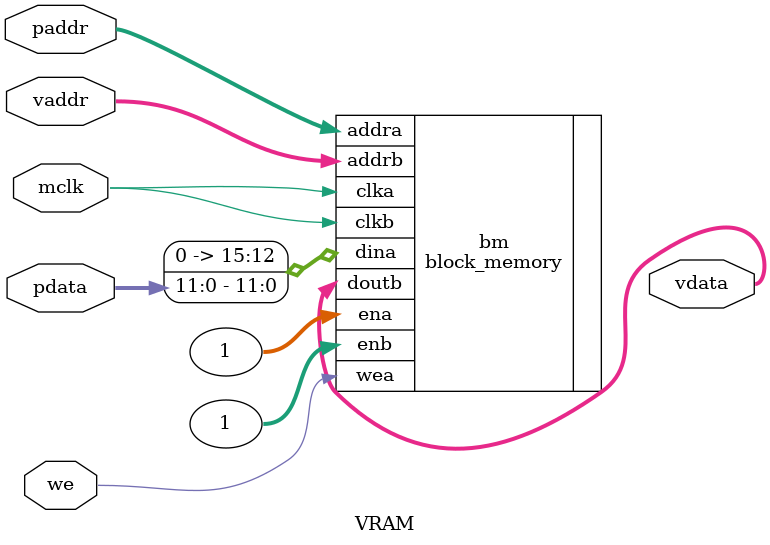
<source format=v>
`timescale 1ns / 1ps


module VRAM(
    input [15:0]paddr,
    input [11:0]pdata,
    input we,mclk,
    input [15:0]vaddr,
    output [15:0]vdata
    );
    block_memory bm(.clka(mclk),.ena(1),.wea(we),.addra(paddr),.dina({4'b0000,pdata}),.clkb(mclk),.enb(1),.addrb(vaddr),.doutb(vdata));
    //ÈçºÎµü´ú£¿
endmodule

</source>
